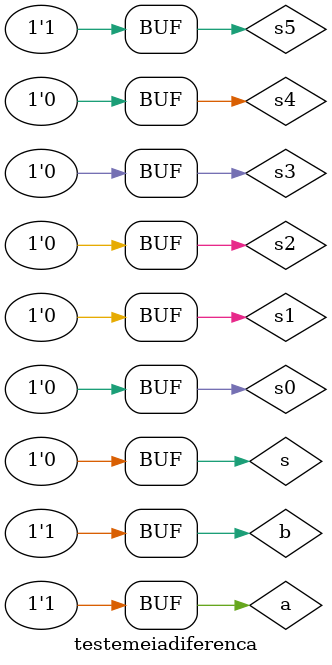
<source format=v>


module testemeiadiferenca;
reg a, b;
wire s1, s2, s3, s4, s5, s, s0;

nor NOR1(s1, b, b);
nor NOR2(s2, a, a);
nor NOR3(s3, a, s1);
nor NOR4(s4, s2, b);
nor NOR5(s5, s3, s4);
nor NOR6(s, s5, s5);
nor NOR7(s0, a, s1);

// parte principal
  initial begin
      $display("Guia 03 - Exercicio 05");
		$display("Bruno Cesar Lopes Silva - 415985");
      $display("Meia Diferenca usando Nor");
      $display("\n a - b = s / vem um\n");
  		a=0; b=0;
		$monitor(" %b - %b = %b / %b", a, b, s, s0);
		#1 a=0; b=1;
		#1 a=1; b=0;
		#1 a=1; b=1;
		
		end
		
	endmodule // testemeiadiferenca
</source>
